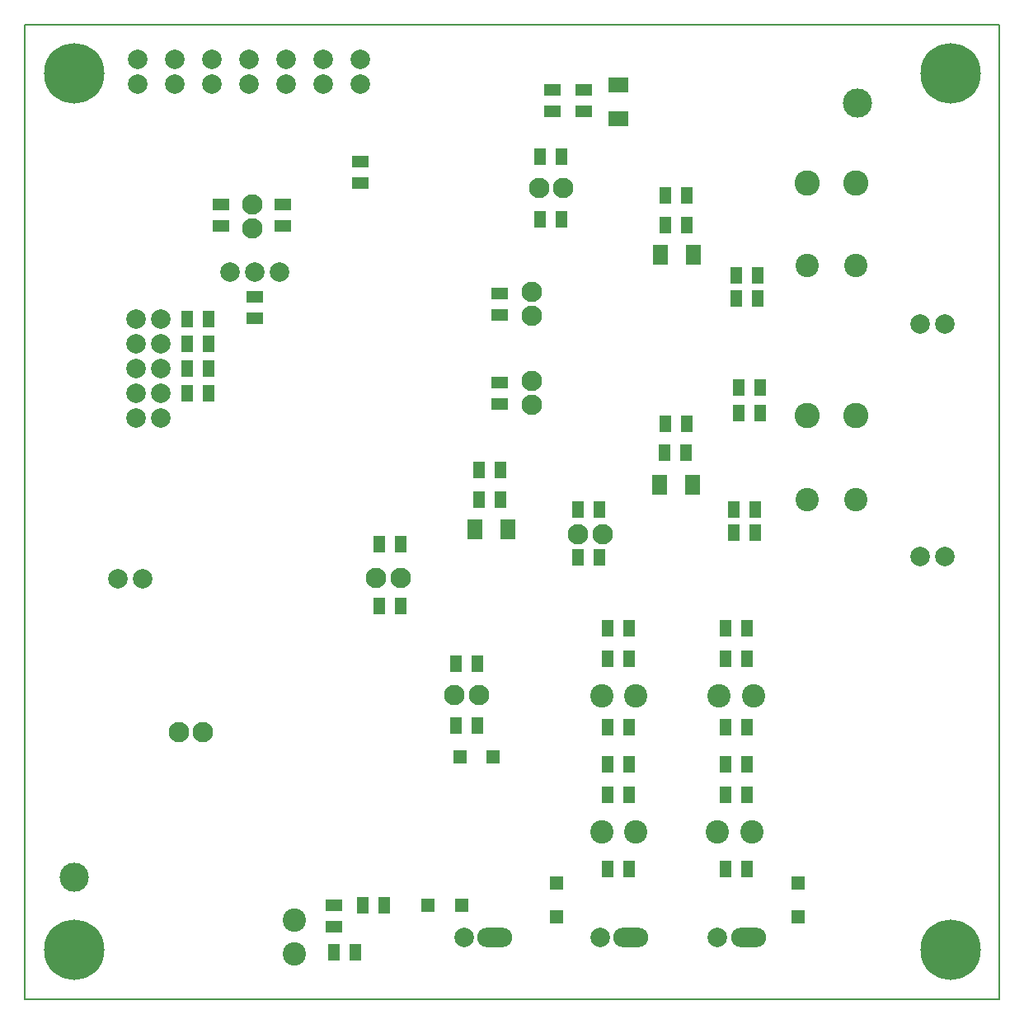
<source format=gbs>
G04 #@! TF.FileFunction,Soldermask,Bot*
%FSLAX46Y46*%
G04 Gerber Fmt 4.6, Leading zero omitted, Abs format (unit mm)*
G04 Created by KiCad (PCBNEW 4.0.2-stable) date 20/04/2016 14:34:56*
%MOMM*%
G01*
G04 APERTURE LIST*
%ADD10C,0.100000*%
%ADD11C,0.150000*%
%ADD12C,2.400000*%
%ADD13R,1.300000X1.700000*%
%ADD14R,1.700000X1.300000*%
%ADD15C,2.100000*%
%ADD16C,2.600000*%
%ADD17R,1.500000X2.100000*%
%ADD18R,2.100000X1.500000*%
%ADD19R,1.400000X1.400000*%
%ADD20C,2.000000*%
%ADD21O,3.600000X2.000000*%
%ADD22C,6.200000*%
%ADD23C,3.000000*%
G04 APERTURE END LIST*
D10*
D11*
X100000000Y0D02*
X100000000Y100000000D01*
X100000000Y0D02*
X0Y0D01*
X0Y100000000D02*
X100000000Y100000000D01*
X0Y0D02*
X0Y100000000D01*
D12*
X59210000Y17145000D03*
X62710000Y17145000D03*
X71120000Y17145000D03*
X74620000Y17145000D03*
D13*
X59860000Y24130000D03*
X62060000Y24130000D03*
X71925000Y24130000D03*
X74125000Y24130000D03*
X59860000Y20955000D03*
X62060000Y20955000D03*
X71925000Y20955000D03*
X74125000Y20955000D03*
D14*
X31749000Y9651500D03*
X31749000Y7451500D03*
D13*
X59860000Y13335000D03*
X62060000Y13335000D03*
X71925000Y13335000D03*
X74125000Y13335000D03*
D12*
X27685000Y8099500D03*
X27685000Y4599500D03*
X59210000Y31115000D03*
X62710000Y31115000D03*
X71275000Y31115000D03*
X74775000Y31115000D03*
D13*
X59860000Y38100000D03*
X62060000Y38100000D03*
X71925000Y38100000D03*
X74125000Y38100000D03*
X59860000Y34925000D03*
X62060000Y34925000D03*
X71925000Y34925000D03*
X74125000Y34925000D03*
X59860000Y27940000D03*
X62060000Y27940000D03*
X71925000Y27940000D03*
X74125000Y27940000D03*
D15*
X44088000Y31241500D03*
X46588000Y31241500D03*
D13*
X44238000Y28066500D03*
X46438000Y28066500D03*
X44239000Y34416500D03*
X46439000Y34416500D03*
D15*
X23317200Y79090200D03*
X23317200Y81590200D03*
D14*
X20142200Y79367200D03*
X20142200Y81567200D03*
X26492200Y79367200D03*
X26492200Y81567200D03*
D15*
X36055300Y43251010D03*
X38555300Y43251010D03*
D13*
X36332300Y40330010D03*
X38532300Y40330010D03*
X36332300Y46680010D03*
X38532300Y46680010D03*
D15*
X52070000Y70124000D03*
X52070000Y72624000D03*
D14*
X48768000Y70274000D03*
X48768000Y72474000D03*
X48768000Y63330000D03*
X48768000Y61130000D03*
D15*
X52070000Y63480000D03*
X52070000Y60980000D03*
D12*
X80303000Y75310500D03*
X85303000Y75310500D03*
D16*
X85303000Y83819500D03*
X80303000Y83819500D03*
D12*
X80303000Y51307500D03*
X85303000Y51307500D03*
D16*
X85303000Y59943500D03*
X80303000Y59943500D03*
D17*
X65228000Y76453500D03*
X68628000Y76453500D03*
X65178200Y52831500D03*
X68578200Y52831500D03*
D13*
X65727400Y79501500D03*
X67927400Y79501500D03*
X65701000Y56133500D03*
X67901000Y56133500D03*
X65727400Y82549500D03*
X67927400Y82549500D03*
X65752800Y59055000D03*
X67952800Y59055000D03*
D18*
X60959000Y90425800D03*
X60959000Y93825800D03*
D17*
X49579000Y48259500D03*
X46179000Y48259500D03*
D14*
X57403000Y91178200D03*
X57403000Y93378200D03*
D13*
X48852000Y51307500D03*
X46652000Y51307500D03*
D14*
X54178200Y91170400D03*
X54178200Y93370400D03*
D13*
X48851000Y54355500D03*
X46651000Y54355500D03*
X52875000Y86487000D03*
X55075000Y86487000D03*
X56812000Y45339000D03*
X59012000Y45339000D03*
X52875000Y80073500D03*
X55075000Y80073500D03*
X56812000Y50292000D03*
X59012000Y50292000D03*
D19*
X44654000Y24891500D03*
X48054000Y24891500D03*
D13*
X36913000Y9651500D03*
X34713000Y9651500D03*
D20*
X59055000Y6350000D03*
D21*
X62230000Y6350000D03*
D20*
X71120000Y6350000D03*
D21*
X74295000Y6350000D03*
D20*
X45085000Y6350000D03*
D21*
X48260000Y6350000D03*
D13*
X31749000Y4825500D03*
X33949000Y4825500D03*
X18879000Y69849500D03*
X16679000Y69849500D03*
X18880000Y67310000D03*
X16680000Y67310000D03*
X18880000Y64770000D03*
X16680000Y64770000D03*
X18880000Y62230000D03*
X16680000Y62230000D03*
D15*
X52788500Y83248500D03*
X55288500Y83248500D03*
X56789000Y47752000D03*
X59289000Y47752000D03*
D14*
X34426160Y85960900D03*
X34426160Y83760900D03*
D15*
X15767000Y27431500D03*
X18267000Y27431500D03*
D13*
X75521000Y62762708D03*
X73321000Y62762708D03*
X75521000Y60137708D03*
X73321000Y60137708D03*
X75267000Y71893384D03*
X73067000Y71893384D03*
X75013000Y50291500D03*
X72813000Y50291500D03*
X75267000Y74306384D03*
X73067000Y74306384D03*
X75013000Y47878500D03*
X72813000Y47878500D03*
D14*
X23621000Y69892500D03*
X23621000Y72092500D03*
D20*
X34417000Y93980000D03*
X34417000Y96520000D03*
X30607000Y93980000D03*
X30607000Y96520000D03*
X26797000Y93980000D03*
X26797000Y96520000D03*
X22987000Y93980000D03*
X22987000Y96520000D03*
X19177000Y93980000D03*
X19177000Y96520000D03*
X15367000Y93980000D03*
X15367000Y96520000D03*
X11557000Y93980000D03*
X11557000Y96520000D03*
X9525000Y43180000D03*
X12065000Y43180000D03*
X11430000Y69850000D03*
X13970000Y69850000D03*
X11430000Y67310000D03*
X13970000Y67310000D03*
X11430000Y64770000D03*
X13970000Y64770000D03*
X11430000Y62230000D03*
X13970000Y62230000D03*
X11430000Y59690000D03*
X13970000Y59690000D03*
X26162000Y74676000D03*
X21082000Y74676000D03*
X23622000Y74676000D03*
X91948000Y69342000D03*
X94488000Y69342000D03*
X91948000Y45466000D03*
X94488000Y45466000D03*
D22*
X5000000Y5000000D03*
X95000000Y5000000D03*
X5000000Y95000000D03*
X95000000Y95000000D03*
D23*
X5000000Y12500000D03*
X85500000Y92000000D03*
D19*
X41401000Y9651500D03*
X44801000Y9651500D03*
X54610000Y11860000D03*
X54610000Y8460000D03*
X79375000Y8460000D03*
X79375000Y11860000D03*
M02*

</source>
